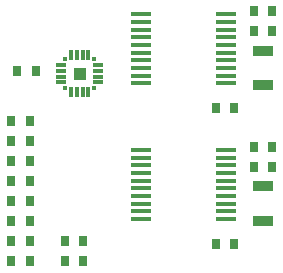
<source format=gbr>
G04 #@! TF.FileFunction,Paste,Bot*
%FSLAX46Y46*%
G04 Gerber Fmt 4.6, Leading zero omitted, Abs format (unit mm)*
G04 Created by KiCad (PCBNEW 4.0.4+e1-6308~48~ubuntu14.04.1-stable) date Tue Dec 13 19:25:01 2016*
%MOMM*%
%LPD*%
G01*
G04 APERTURE LIST*
%ADD10C,0.100000*%
%ADD11R,1.750000X0.450000*%
%ADD12R,0.350000X0.350000*%
%ADD13R,0.900000X0.300000*%
%ADD14R,0.300000X0.900000*%
%ADD15R,1.080000X1.080000*%
%ADD16R,0.787000X0.864000*%
%ADD17R,1.700000X0.900000*%
G04 APERTURE END LIST*
D10*
D11*
X145100000Y-82975000D03*
X145100000Y-83625000D03*
X145100000Y-84275000D03*
X145100000Y-84925000D03*
X145100000Y-85575000D03*
X145100000Y-86225000D03*
X145100000Y-86875000D03*
X145100000Y-87525000D03*
X145100000Y-88175000D03*
X145100000Y-88825000D03*
X137900000Y-88825000D03*
X137900000Y-88175000D03*
X137900000Y-87525000D03*
X137900000Y-86875000D03*
X137900000Y-86225000D03*
X137900000Y-85575000D03*
X137900000Y-84925000D03*
X137900000Y-84275000D03*
X137900000Y-83625000D03*
X137900000Y-82975000D03*
X145100000Y-71475000D03*
X145100000Y-72125000D03*
X145100000Y-72775000D03*
X145100000Y-73425000D03*
X145100000Y-74075000D03*
X145100000Y-74725000D03*
X145100000Y-75375000D03*
X145100000Y-76025000D03*
X145100000Y-76675000D03*
X145100000Y-77325000D03*
X137900000Y-77325000D03*
X137900000Y-76675000D03*
X137900000Y-76025000D03*
X137900000Y-75375000D03*
X137900000Y-74725000D03*
X137900000Y-74075000D03*
X137900000Y-73425000D03*
X137900000Y-72775000D03*
X137900000Y-72125000D03*
X137900000Y-71475000D03*
D12*
X131450000Y-77750000D03*
D13*
X131150000Y-77250000D03*
X131150000Y-76750000D03*
X131150000Y-76250000D03*
X131150000Y-75750000D03*
D12*
X131450000Y-75250000D03*
D14*
X131950000Y-74950000D03*
X132450000Y-74950000D03*
X132950000Y-74950000D03*
X133450000Y-74950000D03*
D12*
X133950000Y-75250000D03*
D13*
X134250000Y-75750000D03*
X134250000Y-76250000D03*
X134250000Y-76750000D03*
X134250000Y-77250000D03*
D12*
X133950000Y-77750000D03*
D14*
X133450000Y-78050000D03*
X132950000Y-78050000D03*
X132450000Y-78050000D03*
X131950000Y-78050000D03*
D15*
X132700000Y-76500000D03*
D16*
X128974500Y-76300000D03*
X127425500Y-76300000D03*
X147425500Y-82700000D03*
X148974500Y-82700000D03*
X147425500Y-71200000D03*
X148974500Y-71200000D03*
X147425500Y-84400000D03*
X148974500Y-84400000D03*
X147425500Y-72900000D03*
X148974500Y-72900000D03*
X145774500Y-79400000D03*
X144225500Y-79400000D03*
X145774500Y-90900000D03*
X144225500Y-90900000D03*
X128474500Y-92400000D03*
X126925500Y-92400000D03*
X132974500Y-92400000D03*
X131425500Y-92400000D03*
X131425500Y-90700000D03*
X132974500Y-90700000D03*
X128474500Y-90700000D03*
X126925500Y-90700000D03*
X128474500Y-80500000D03*
X126925500Y-80500000D03*
X128474500Y-82200000D03*
X126925500Y-82200000D03*
X128474500Y-83900000D03*
X126925500Y-83900000D03*
X128474500Y-85600000D03*
X126925500Y-85600000D03*
D17*
X148200000Y-74550000D03*
X148200000Y-77450000D03*
X148200000Y-86050000D03*
X148200000Y-88950000D03*
D16*
X128474500Y-89000000D03*
X126925500Y-89000000D03*
X128474500Y-87300000D03*
X126925500Y-87300000D03*
M02*

</source>
